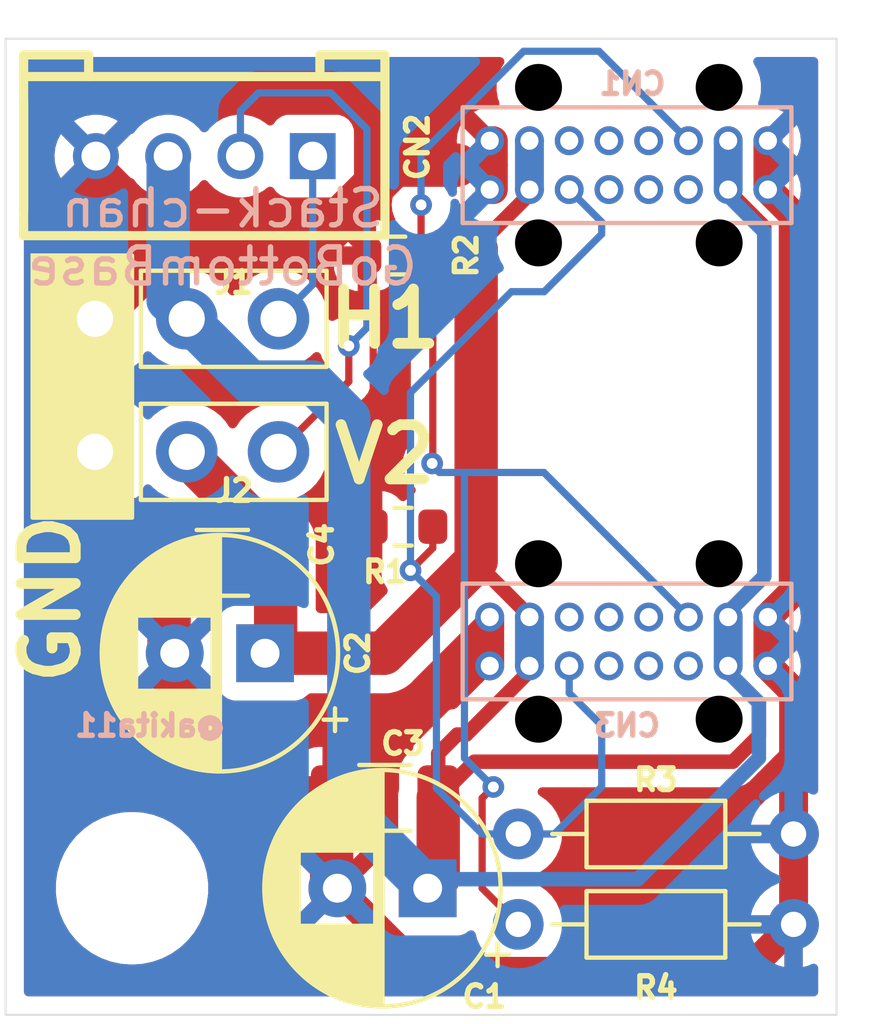
<source format=kicad_pcb>
(kicad_pcb (version 20211014) (generator pcbnew)
  (layers (0 "F.Cu" signal) (31 "B.Cu" signal) (34 "B.Paste" user) (35 "F.Paste" user) (36 "B.SilkS" user "B.Silkscreen") (37 "F.SilkS" user "F.Silkscreen") (38 "B.Mask" user) (39 "F.Mask" user) (44 "Edge.Cuts" user))
  (net 0 "")
  (net 1 "+5V")
  (net 2 "GND")
  (net 3 "/SV1")
  (net 4 "/SV2")
  (net 5 "Net-(CN1-PadA5)")
  (net 9 "Net-(CN1-PadB5)")
  (footprint "akita:CON_GROVE_V" (layer "F.Cu") (at 5.5 3.25 180)
    (fp_text reference "CN2" (at -6.25 1.25 90) (layer "F.SilkS") (effects (font (size 0.6 0.6)) (justify right bottom)))
    (fp_text value "CON_GROVE")
    (fp_line (start -5 -2.2) (end 5 -2.2) (layer "F.SilkS") (width 0.254))
    (fp_line (start 3.2 2.8) (end 5 2.8) (layer "F.SilkS") (width 0.254))
    (fp_line (start -3.2 2.2) (end 3.2 2.2) (layer "F.SilkS") (width 0.254))
    (fp_line (start 3.2 2.2) (end 3.2 2.8) (layer "F.SilkS") (width 0.254))
    (fp_line (start -5 2.2) (end -5 2.8) (layer "F.SilkS") (width 0.254))
    (fp_line (start -3.2 2.8) (end -3.2 2.2) (layer "F.SilkS") (width 0.254))
    (fp_line (start 5 -1.5) (end 5 1.5) (layer "F.SilkS") (width 0.254))
    (fp_line (start -5 -2.2) (end -5 2.2) (layer "F.SilkS") (width 0.254))
    (fp_line (start -5 2.8) (end -3.2 2.8) (layer "F.SilkS") (width 0.254))
    (fp_line (start 5 2.8) (end 5 2.2) (layer "F.SilkS") (width 0.254))
    (fp_line (start -5 2.2) (end -3.2 2.2) (layer "F.SilkS") (width 0.254))
    (fp_line (start 5 2.2) (end 5 -2.2) (layer "F.SilkS") (width 0.254))
    (fp_line (start -5 -1) (end -5 1) (layer "F.SilkS") (width 0.127))
    (fp_line (start 3.2 2.2) (end 5 2.2) (layer "F.SilkS") (width 0.254))
    (pad "1" thru_hole rect locked (at -3 0 180) (size 1.27 1.27) (drill 0.8) (layers *.Cu *.Mask) (net 3 "/SV1"))
    (pad "2" thru_hole circle locked (at -1 0 180) (size 1.27 1.27) (drill 0.8) (layers *.Cu *.Mask) (net 4 "/SV2"))
    (pad "3" thru_hole circle locked (at 1 0 180) (size 1.27 1.27) (drill 0.8) (layers *.Cu *.Mask) (net 1 "+5V"))
    (pad "4" thru_hole circle locked (at 3 0 180) (size 1.27 1.27) (drill 0.8) (layers *.Cu *.Mask) (net 2 "GND"))
  )
  (footprint "Capacitor_SMD:C_1206_3216Metric" (layer "F.Cu") (at 10.5 21 180)
    (fp_text reference "C3" (at -0.5 1.5) (layer "F.SilkS") (effects (font (size 0.6 0.6))))
    (fp_text value "100u")
    (fp_line (start -0.711252 -0.91) (end 0.711252 -0.91) (layer "F.SilkS") (width 0.12))
    (fp_line (start -0.711252 0.91) (end 0.711252 0.91) (layer "F.SilkS") (width 0.12))
    (pad "1" smd roundrect locked (at -1.475 0 180) (size 1.15 1.8) (layers "F.Cu" "F.Paste" "F.Mask") (roundrect_rratio 0.2173913043) (net 1 "+5V"))
    (pad "2" smd roundrect locked (at 1.475 0 180) (size 1.15 1.8) (layers "F.Cu" "F.Paste" "F.Mask") (roundrect_rratio 0.2173913043) (net 2 "GND"))
  )
  (footprint "Connector_PinHeader_2.54mm:PinHeader_1x03_P2.54mm_Vertical" (layer "F.Cu") (at 2.475 7.75 90)
    (fp_text reference "J1" (at 1 3.84 180) (layer "F.SilkS") (effects (font (size 0.6 0.6))))
    (fp_text value "Conn_01x03")
    (fp_line (start 1.33 1.27) (end 1.33 6.41) (layer "F.SilkS") (width 0.12))
    (fp_line (start -1.33 -1.33) (end 0 -1.33) (layer "F.SilkS") (width 0.12))
    (fp_line (start -1.33 1.27) (end 1.33 1.27) (layer "F.SilkS") (width 0.12))
    (fp_line (start -1.33 6.41) (end 1.33 6.41) (layer "F.SilkS") (width 0.12))
    (fp_line (start -1.33 0) (end -1.33 -1.33) (layer "F.SilkS") (width 0.12))
    (fp_line (start -1.33 1.27) (end -1.33 6.41) (layer "F.SilkS") (width 0.12))
    (pad "1" thru_hole rect locked (at 0 0 90) (size 1.7 1.7) (drill 1) (layers *.Cu *.Mask) (net 2 "GND"))
    (pad "2" thru_hole oval locked (at 0 2.54 90) (size 1.7 1.7) (drill 1) (layers *.Cu *.Mask) (net 1 "+5V"))
    (pad "3" thru_hole oval locked (at 0 5.08 90) (size 1.7 1.7) (drill 1) (layers *.Cu *.Mask) (net 3 "/SV1"))
  )
  (footprint "Resistor_SMD:R_0603_1608Metric" (layer "F.Cu") (at 10.825 6 180)
    (fp_text reference "R2" (at -1.925 0 90) (layer "F.SilkS") (effects (font (size 0.6 0.6))))
    (fp_text value "5.1k")
    (fp_line (start -0.237258 -0.5225) (end 0.237258 -0.5225) (layer "F.SilkS") (width 0.12))
    (fp_line (start -0.237258 0.5225) (end 0.237258 0.5225) (layer "F.SilkS") (width 0.12))
    (pad "1" smd roundrect locked (at -0.825 0 180) (size 0.8 0.95) (layers "F.Cu" "F.Paste" "F.Mask") (net 5 "Net-(CN1-PadA5)"))
    (pad "2" smd roundrect locked (at 0.825 0 180) (size 0.8 0.95) (layers "F.Cu" "F.Paste" "F.Mask") (net 2 "GND"))
  )
  (footprint "Capacitor_THT:CP_Radial_D6.3mm_P2.50mm" (layer "F.Cu") (at 7.18238 17 180)
    (fp_text reference "C2" (at -2.56762 0 90) (layer "F.SilkS") (effects (font (size 0.6 0.6))))
    (fp_text value "100u")
    (fp_line (start 3.211 1.04) (end 3.211 2.578) (layer "F.SilkS") (width 0.12))
    (fp_line (start 2.851 1.04) (end 2.851 2.812) (layer "F.SilkS") (width 0.12))
    (fp_line (start 4.251 -1.262) (end 4.251 1.262) (layer "F.SilkS") (width 0.12))
    (fp_line (start 3.131 1.04) (end 3.131 2.636) (layer "F.SilkS") (width 0.12))
    (fp_line (start 1.25 -3.23) (end 1.25 3.23) (layer "F.SilkS") (width 0.12))
    (fp_line (start 3.691 -2.137) (end 3.691 2.137) (layer "F.SilkS") (width 0.12))
    (fp_line (start 2.371 1.04) (end 2.371 3.033) (layer "F.SilkS") (width 0.12))
    (fp_line (start 2.731 1.04) (end 2.731 2.876) (layer "F.SilkS") (width 0.12))
    (fp_line (start 3.771 -2.044) (end 3.771 2.044) (layer "F.SilkS") (width 0.12))
    (fp_line (start 2.491 1.04) (end 2.491 2.986) (layer "F.SilkS") (width 0.12))
    (fp_line (start 2.371 -3.033) (end 2.371 -1.04) (layer "F.SilkS") (width 0.12))
    (fp_line (start 3.811 -1.995) (end 3.811 1.995) (layer "F.SilkS") (width 0.12))
    (fp_line (start 3.731 -2.092) (end 3.731 2.092) (layer "F.SilkS") (width 0.12))
    (fp_line (start 2.171 -3.098) (end 2.171 -1.04) (layer "F.SilkS") (width 0.12))
    (fp_line (start 1.29 -3.23) (end 1.29 3.23) (layer "F.SilkS") (width 0.12))
    (fp_line (start 1.45 -3.224) (end 1.45 3.224) (layer "F.SilkS") (width 0.12))
    (fp_line (start 1.65 1.04) (end 1.65 3.206) (layer "F.SilkS") (width 0.12))
    (fp_line (start 2.931 1.04) (end 2.931 2.766) (layer "F.SilkS") (width 0.12))
    (fp_line (start 2.691 -2.896) (end 2.691 -1.04) (layer "F.SilkS") (width 0.12))
    (fp_line (start 3.371 1.04) (end 3.371 2.45) (layer "F.SilkS") (width 0.12))
    (fp_line (start 2.611 1.04) (end 2.611 2.934) (layer "F.SilkS") (width 0.12))
    (fp_line (start 2.331 -3.047) (end 2.331 -1.04) (layer "F.SilkS") (width 0.12))
    (fp_line (start 1.57 1.04) (end 1.57 3.215) (layer "F.SilkS") (width 0.12))
    (fp_line (start 2.651 -2.916) (end 2.651 -1.04) (layer "F.SilkS") (width 0.12))
    (fp_line (start 2.131 -3.11) (end 2.131 -1.04) (layer "F.SilkS") (width 0.12))
    (fp_line (start 2.451 -3.002) (end 2.451 -1.04) (layer "F.SilkS") (width 0.12))
    (fp_line (start 3.211 -2.578) (end 3.211 -1.04) (layer "F.SilkS") (width 0.12))
    (fp_line (start 4.211 -1.35) (end 4.211 1.35) (layer "F.SilkS") (width 0.12))
    (fp_line (start 2.291 -3.061) (end 2.291 -1.04) (layer "F.SilkS") (width 0.12))
    (fp_line (start 2.331 1.04) (end 2.331 3.047) (layer "F.SilkS") (width 0.12))
    (fp_line (start 4.051 -1.65) (end 4.051 1.65) (layer "F.SilkS") (width 0.12))
    (fp_line (start 1.69 -3.201) (end 1.69 -1.04) (layer "F.SilkS") (width 0.12))
    (fp_line (start 3.651 -2.182) (end 3.651 2.182) (layer "F.SilkS") (width 0.12))
    (fp_line (start 3.131 -2.636) (end 3.131 -1.04) (layer "F.SilkS") (width 0.12))
    (fp_line (start 1.53 -3.218) (end 1.53 -1.04) (layer "F.SilkS") (width 0.12))
    (fp_line (start 1.93 1.04) (end 1.93 3.159) (layer "F.SilkS") (width 0.12))
    (fp_line (start 3.011 1.04) (end 3.011 2.716) (layer "F.SilkS") (width 0.12))
    (fp_line (start 2.091 -3.121) (end 2.091 -1.04) (layer "F.SilkS") (width 0.12))
    (fp_line (start 2.571 -2.952) (end 2.571 -1.04) (layer "F.SilkS") (width 0.12))
    (fp_line (start 2.971 -2.742) (end 2.971 -1.04) (layer "F.SilkS") (width 0.12))
    (fp_line (start 3.251 1.04) (end 3.251 2.548) (layer "F.SilkS") (width 0.12))
    (fp_line (start 4.411 -0.802) (end 4.411 0.802) (layer "F.SilkS") (width 0.12))
    (fp_line (start 2.731 -2.876) (end 2.731 -1.04) (layer "F.SilkS") (width 0.12))
    (fp_line (start 3.611 -2.224) (end 3.611 2.224) (layer "F.SilkS") (width 0.12))
    (fp_line (start 3.451 1.04) (end 3.451 2.38) (layer "F.SilkS") (width 0.12))
    (fp_line (start 1.73 1.04) (end 1.73 3.195) (layer "F.SilkS") (width 0.12))
    (fp_line (start 4.291 -1.165) (end 4.291 1.165) (layer "F.SilkS") (width 0.12))
    (fp_line (start 1.89 1.04) (end 1.89 3.167) (layer "F.SilkS") (width 0.12))
    (fp_line (start 3.291 -2.516) (end 3.291 -1.04) (layer "F.SilkS") (width 0.12))
    (fp_line (start 2.411 1.04) (end 2.411 3.018) (layer "F.SilkS") (width 0.12))
    (fp_line (start 1.77 -3.189) (end 1.77 -1.04) (layer "F.SilkS") (width 0.12))
    (fp_line (start 1.85 1.04) (end 1.85 3.175) (layer "F.SilkS") (width 0.12))
    (fp_line (start 3.051 1.04) (end 3.051 2.69) (layer "F.SilkS") (width 0.12))
    (fp_line (start 1.61 -3.211) (end 1.61 -1.04) (layer "F.SilkS") (width 0.12))
    (fp_line (start 3.491 1.04) (end 3.491 2.343) (layer "F.SilkS") (width 0.12))
    (fp_line (start 1.81 1.04) (end 1.81 3.182) (layer "F.SilkS") (width 0.12))
    (fp_line (start 3.571 -2.265) (end 3.571 2.265) (layer "F.SilkS") (width 0.12))
    (fp_line (start 3.531 -2.305) (end 3.531 -1.04) (layer "F.SilkS") (width 0.12))
    (fp_line (start 4.451 -0.633) (end 4.451 0.633) (layer "F.SilkS") (width 0.12))
    (fp_line (start 2.251 -3.074) (end 2.251 -1.04) (layer "F.SilkS") (width 0.12))
    (fp_line (start 3.971 -1.776) (end 3.971 1.776) (layer "F.SilkS") (width 0.12))
    (fp_line (start -2.250241 -1.839) (end -1.620241 -1.839) (layer "F.SilkS") (width 0.12))
    (fp_line (start 2.251 1.04) (end 2.251 3.074) (layer "F.SilkS") (width 0.12))
    (fp_line (start 1.73 -3.195) (end 1.73 -1.04) (layer "F.SilkS") (width 0.12))
    (fp_line (start 3.531 1.04) (end 3.531 2.305) (layer "F.SilkS") (width 0.12))
    (fp_line (start 3.171 1.04) (end 3.171 2.607) (layer "F.SilkS") (width 0.12))
    (fp_line (start 4.371 -0.94) (end 4.371 0.94) (layer "F.SilkS") (width 0.12))
    (fp_line (start 3.371 -2.45) (end 3.371 -1.04) (layer "F.SilkS") (width 0.12))
    (fp_line (start 1.69 1.04) (end 1.69 3.201) (layer "F.SilkS") (width 0.12))
    (fp_line (start 2.531 1.04) (end 2.531 2.97) (layer "F.SilkS") (width 0.12))
    (fp_line (start 2.891 1.04) (end 2.891 2.79) (layer "F.SilkS") (width 0.12))
    (fp_line (start 1.971 -3.15) (end 1.971 -1.04) (layer "F.SilkS") (width 0.12))
    (fp_line (start 2.211 1.04) (end 2.211 3.086) (layer "F.SilkS") (width 0.12))
    (fp_line (start 2.531 -2.97) (end 2.531 -1.04) (layer "F.SilkS") (width 0.12))
    (fp_line (start 4.331 -1.059) (end 4.331 1.059) (layer "F.SilkS") (width 0.12))
    (fp_line (start 4.091 -1.581) (end 4.091 1.581) (layer "F.SilkS") (width 0.12))
    (fp_line (start 2.171 1.04) (end 2.171 3.098) (layer "F.SilkS") (width 0.12))
    (fp_line (start 3.051 -2.69) (end 3.051 -1.04) (layer "F.SilkS") (width 0.12))
    (fp_line (start 4.011 -1.714) (end 4.011 1.714) (layer "F.SilkS") (width 0.12))
    (fp_line (start 2.971 1.04) (end 2.971 2.742) (layer "F.SilkS") (width 0.12))
    (fp_line (start 3.931 -1.834) (end 3.931 1.834) (layer "F.SilkS") (width 0.12))
    (fp_line (start 2.211 -3.086) (end 2.211 -1.04) (layer "F.SilkS") (width 0.12))
    (fp_line (start -1.935241 -2.154) (end -1.935241 -1.524) (layer "F.SilkS") (width 0.12))
    (fp_line (start 1.49 -3.222) (end 1.49 -1.04) (layer "F.SilkS") (width 0.12))
    (fp_line (start 1.41 -3.227) (end 1.41 3.227) (layer "F.SilkS") (width 0.12))
    (fp_line (start 1.89 -3.167) (end 1.89 -1.04) (layer "F.SilkS") (width 0.12))
    (fp_line (start 3.331 -2.484) (end 3.331 -1.04) (layer "F.SilkS") (width 0.12))
    (fp_line (start 3.451 -2.38) (end 3.451 -1.04) (layer "F.SilkS") (width 0.12))
    (fp_line (start 2.411 -3.018) (end 2.411 -1.04) (layer "F.SilkS") (width 0.12))
    (fp_line (start 4.131 -1.509) (end 4.131 1.509) (layer "F.SilkS") (width 0.12))
    (fp_line (start 3.251 -2.548) (end 3.251 -1.04) (layer "F.SilkS") (width 0.12))
    (fp_line (start 3.091 1.04) (end 3.091 2.664) (layer "F.SilkS") (width 0.12))
    (fp_line (start 2.131 1.04) (end 2.131 3.11) (layer "F.SilkS") (width 0.12))
    (fp_line (start 1.61 1.04) (end 1.61 3.211) (layer "F.SilkS") (width 0.12))
    (fp_line (start 3.011 -2.716) (end 3.011 -1.04) (layer "F.SilkS") (width 0.12))
    (fp_line (start 4.171 -1.432) (end 4.171 1.432) (layer "F.SilkS") (width 0.12))
    (fp_line (start 1.49 1.04) (end 1.49 3.222) (layer "F.SilkS") (width 0.12))
    (fp_line (start 1.37 -3.228) (end 1.37 3.228) (layer "F.SilkS") (width 0.12))
    (fp_line (start 3.411 1.04) (end 3.411 2.416) (layer "F.SilkS") (width 0.12))
    (fp_line (start 3.091 -2.664) (end 3.091 -1.04) (layer "F.SilkS") (width 0.12))
    (fp_line (start 4.491 -0.402) (end 4.491 0.402) (layer "F.SilkS") (width 0.12))
    (fp_line (start 2.011 -3.141) (end 2.011 -1.04) (layer "F.SilkS") (width 0.12))
    (fp_line (start 1.65 -3.206) (end 1.65 -1.04) (layer "F.SilkS") (width 0.12))
    (fp_line (start 2.051 -3.131) (end 2.051 -1.04) (layer "F.SilkS") (width 0.12))
    (fp_line (start 3.891 -1.89) (end 3.891 1.89) (layer "F.SilkS") (width 0.12))
    (fp_line (start 1.57 -3.215) (end 1.57 -1.04) (layer "F.SilkS") (width 0.12))
    (fp_line (start 1.81 -3.182) (end 1.81 -1.04) (layer "F.SilkS") (width 0.12))
    (fp_line (start 3.411 -2.416) (end 3.411 -1.04) (layer "F.SilkS") (width 0.12))
    (fp_line (start 2.451 1.04) (end 2.451 3.002) (layer "F.SilkS") (width 0.12))
    (fp_line (start 2.891 -2.79) (end 2.891 -1.04) (layer "F.SilkS") (width 0.12))
    (fp_line (start 2.011 1.04) (end 2.011 3.141) (layer "F.SilkS") (width 0.12))
    (fp_line (start 2.811 1.04) (end 2.811 2.834) (layer "F.SilkS") (width 0.12))
    (fp_line (start 2.571 1.04) (end 2.571 2.952) (layer "F.SilkS") (width 0.12))
    (fp_line (start 1.77 1.04) (end 1.77 3.189) (layer "F.SilkS") (width 0.12))
    (fp_line (start 1.85 -3.175) (end 1.85 -1.04) (layer "F.SilkS") (width 0.12))
    (fp_line (start 1.93 -3.159) (end 1.93 -1.04) (layer "F.SilkS") (width 0.12))
    (fp_line (start 2.691 1.04) (end 2.691 2.896) (layer "F.SilkS") (width 0.12))
    (fp_line (start 2.811 -2.834) (end 2.811 -1.04) (layer "F.SilkS") (width 0.12))
    (fp_line (start 3.851 -1.944) (end 3.851 1.944) (layer "F.SilkS") (width 0.12))
    (fp_line (start 2.051 1.04) (end 2.051 3.131) (layer "F.SilkS") (width 0.12))
    (fp_line (start 2.291 1.04) (end 2.291 3.061) (layer "F.SilkS") (width 0.12))
    (fp_line (start 1.53 1.04) (end 1.53 3.218) (layer "F.SilkS") (width 0.12))
    (fp_line (start 1.33 -3.23) (end 1.33 3.23) (layer "F.SilkS") (width 0.12))
    (fp_line (start 2.091 1.04) (end 2.091 3.121) (layer "F.SilkS") (width 0.12))
    (fp_line (start 2.851 -2.812) (end 2.851 -1.04) (layer "F.SilkS") (width 0.12))
    (fp_line (start 2.491 -2.986) (end 2.491 -1.04) (layer "F.SilkS") (width 0.12))
    (fp_line (start 3.291 1.04) (end 3.291 2.516) (layer "F.SilkS") (width 0.12))
    (fp_line (start 2.611 -2.934) (end 2.611 -1.04) (layer "F.SilkS") (width 0.12))
    (fp_line (start 2.771 1.04) (end 2.771 2.856) (layer "F.SilkS") (width 0.12))
    (fp_line (start 2.651 1.04) (end 2.651 2.916) (layer "F.SilkS") (width 0.12))
    (fp_line (start 2.771 -2.856) (end 2.771 -1.04) (layer "F.SilkS") (width 0.12))
    (fp_line (start 2.931 -2.766) (end 2.931 -1.04) (layer "F.SilkS") (width 0.12))
    (fp_line (start 3.331 1.04) (end 3.331 2.484) (layer "F.SilkS") (width 0.12))
    (fp_line (start 3.171 -2.607) (end 3.171 -1.04) (layer "F.SilkS") (width 0.12))
    (fp_line (start 3.491 -2.343) (end 3.491 -1.04) (layer "F.SilkS") (width 0.12))
    (fp_line (start 1.971 1.04) (end 1.971 3.15) (layer "F.SilkS") (width 0.12))
    (fp_circle (center 1.25 0) (end 4.52 0) (layer "F.SilkS") (width 0.12) (fill none))
    (pad "1" thru_hole rect locked (at 0 0 180) (size 1.6 1.6) (drill 0.8) (layers *.Cu *.Mask) (net 1 "+5V"))
    (pad "2" thru_hole circle locked (at 2.5 0 180) (size 1.6 1.6) (drill 0.8) (layers *.Cu *.Mask) (net 2 "GND"))
  )
  (footprint "MountingHole:MountingHole_3.2mm_M3" (layer "F.Cu") (at 17 10)
    (fp_text reference "REF**" hide)
    (fp_text value "MountingHole_3.2mm_M3" hide)
    (pad "" np_thru_hole circle locked (at 0 0) (size 3.2 3.2) (drill 3.2) (layers *.Cu *.Mask))
  )
  (footprint "Resistor_THT:R_Axial_DIN0204_L3.6mm_D1.6mm_P7.62mm_Horizontal" (layer "F.Cu") (at 14.19 22)
    (fp_text reference "R3" (at 3.81 -1.5) (layer "F.SilkS") (effects (font (size 0.6 0.6))))
    (fp_text value "5.1k")
    (fp_line (start 5.73 0.92) (end 5.73 -0.92) (layer "F.SilkS") (width 0.12))
    (fp_line (start 5.73 -0.92) (end 1.89 -0.92) (layer "F.SilkS") (width 0.12))
    (fp_line (start 0.94 0) (end 1.89 0) (layer "F.SilkS") (width 0.12))
    (fp_line (start 6.68 0) (end 5.73 0) (layer "F.SilkS") (width 0.12))
    (fp_line (start 1.89 -0.92) (end 1.89 0.92) (layer "F.SilkS") (width 0.12))
    (fp_line (start 1.89 0.92) (end 5.73 0.92) (layer "F.SilkS") (width 0.12))
    (pad "1" thru_hole circle locked (at 0 0) (size 1.4 1.4) (drill 0.7) (layers *.Cu *.Mask) (net 9 "Net-(CN1-PadB5)"))
    (pad "2" thru_hole oval locked (at 7.62 0) (size 1.4 1.4) (drill 0.7) (layers *.Cu *.Mask) (net 2 "GND"))
  )
  (footprint "MountingHole:MountingHole_3.2mm_M3" (layer "F.Cu") (at 3.5 23.5)
    (fp_text reference "REF**" hide)
    (fp_text value "MountingHole_3.2mm_M3" hide)
    (pad "" np_thru_hole circle locked (at 0 0) (size 3.2 3.2) (drill 3.2) (layers *.Cu *.Mask))
  )
  (footprint "Resistor_THT:R_Axial_DIN0204_L3.6mm_D1.6mm_P7.62mm_Horizontal" (layer "F.Cu") (at 14.19 24.5)
    (fp_text reference "R4" (at 3.81 1.75) (layer "F.SilkS") (effects (font (size 0.6 0.6))))
    (fp_text value "5.1k")
    (fp_line (start 5.73 0.92) (end 5.73 -0.92) (layer "F.SilkS") (width 0.12))
    (fp_line (start 0.94 0) (end 1.89 0) (layer "F.SilkS") (width 0.12))
    (fp_line (start 6.68 0) (end 5.73 0) (layer "F.SilkS") (width 0.12))
    (fp_line (start 1.89 -0.92) (end 1.89 0.92) (layer "F.SilkS") (width 0.12))
    (fp_line (start 1.89 0.92) (end 5.73 0.92) (layer "F.SilkS") (width 0.12))
    (fp_line (start 5.73 -0.92) (end 1.89 -0.92) (layer "F.SilkS") (width 0.12))
    (pad "1" thru_hole circle locked (at 0 0) (size 1.4 1.4) (drill 0.7) (layers *.Cu *.Mask) (net 5 "Net-(CN1-PadA5)"))
    (pad "2" thru_hole oval locked (at 7.62 0) (size 1.4 1.4) (drill 0.7) (layers *.Cu *.Mask) (net 2 "GND"))
  )
  (footprint "Capacitor_SMD:C_1206_3216Metric" (layer "F.Cu") (at 6 14.5 180)
    (fp_text reference "C4" (at -2.75 0.5 90) (layer "F.SilkS") (effects (font (size 0.6 0.6))))
    (fp_text value "100u")
    (fp_line (start -0.711252 -0.91) (end 0.711252 -0.91) (layer "F.SilkS") (width 0.12))
    (fp_line (start -0.711252 0.91) (end 0.711252 0.91) (layer "F.SilkS") (width 0.12))
    (pad "1" smd roundrect locked (at -1.475 0 180) (size 1.15 1.8) (layers "F.Cu" "F.Paste" "F.Mask") (roundrect_rratio 0.2173913043) (net 1 "+5V"))
    (pad "2" smd roundrect locked (at 1.475 0 180) (size 1.15 1.8) (layers "F.Cu" "F.Paste" "F.Mask") (roundrect_rratio 0.2173913043) (net 2 "GND"))
  )
  (footprint "Capacitor_THT:CP_Radial_D6.3mm_P2.50mm" (layer "F.Cu") (at 11.68238 23.5 180)
    (fp_text reference "C1" (at -1.56762 -3) (layer "F.SilkS") (effects (font (size 0.6 0.6))))
    (fp_text value "100u")
    (fp_line (start 2.651 1.04) (end 2.651 2.916) (layer "F.SilkS") (width 0.12))
    (fp_line (start 1.69 -3.201) (end 1.69 -1.04) (layer "F.SilkS") (width 0.12))
    (fp_line (start 2.891 -2.79) (end 2.891 -1.04) (layer "F.SilkS") (width 0.12))
    (fp_line (start 1.61 1.04) (end 1.61 3.211) (layer "F.SilkS") (width 0.12))
    (fp_line (start 1.85 -3.175) (end 1.85 -1.04) (layer "F.SilkS") (width 0.12))
    (fp_line (start 3.091 -2.664) (end 3.091 -1.04) (layer "F.SilkS") (width 0.12))
    (fp_line (start 4.331 -1.059) (end 4.331 1.059) (layer "F.SilkS") (width 0.12))
    (fp_line (start 3.611 -2.224) (end 3.611 2.224) (layer "F.SilkS") (width 0.12))
    (fp_line (start 2.851 -2.812) (end 2.851 -1.04) (layer "F.SilkS") (width 0.12))
    (fp_line (start 2.691 1.04) (end 2.691 2.896) (layer "F.SilkS") (width 0.12))
    (fp_line (start 3.771 -2.044) (end 3.771 2.044) (layer "F.SilkS") (width 0.12))
    (fp_line (start 2.171 1.04) (end 2.171 3.098) (layer "F.SilkS") (width 0.12))
    (fp_line (start 3.371 -2.45) (end 3.371 -1.04) (layer "F.SilkS") (width 0.12))
    (fp_line (start 1.61 -3.211) (end 1.61 -1.04) (layer "F.SilkS") (width 0.12))
    (fp_line (start 2.091 -3.121) (end 2.091 -1.04) (layer "F.SilkS") (width 0.12))
    (fp_line (start 2.291 -3.061) (end 2.291 -1.04) (layer "F.SilkS") (width 0.12))
    (fp_line (start 3.091 1.04) (end 3.091 2.664) (layer "F.SilkS") (width 0.12))
    (fp_line (start 1.73 -3.195) (end 1.73 -1.04) (layer "F.SilkS") (width 0.12))
    (fp_line (start 3.251 -2.548) (end 3.251 -1.04) (layer "F.SilkS") (width 0.12))
    (fp_line (start 2.891 1.04) (end 2.891 2.79) (layer "F.SilkS") (width 0.12))
    (fp_line (start 2.491 1.04) (end 2.491 2.986) (layer "F.SilkS") (width 0.12))
    (fp_line (start 1.65 1.04) (end 1.65 3.206) (layer "F.SilkS") (width 0.12))
    (fp_line (start 1.77 1.04) (end 1.77 3.189) (layer "F.SilkS") (width 0.12))
    (fp_line (start 4.091 -1.581) (end 4.091 1.581) (layer "F.SilkS") (width 0.12))
    (fp_line (start 4.171 -1.432) (end 4.171 1.432) (layer "F.SilkS") (width 0.12))
    (fp_line (start 2.051 1.04) (end 2.051 3.131) (layer "F.SilkS") (width 0.12))
    (fp_line (start 2.411 1.04) (end 2.411 3.018) (layer "F.SilkS") (width 0.12))
    (fp_line (start 3.211 1.04) (end 3.211 2.578) (layer "F.SilkS") (width 0.12))
    (fp_line (start 4.411 -0.802) (end 4.411 0.802) (layer "F.SilkS") (width 0.12))
    (fp_line (start 1.93 -3.159) (end 1.93 -1.04) (layer "F.SilkS") (width 0.12))
    (fp_line (start 2.731 -2.876) (end 2.731 -1.04) (layer "F.SilkS") (width 0.12))
    (fp_line (start 3.531 1.04) (end 3.531 2.305) (layer "F.SilkS") (width 0.12))
    (fp_line (start 4.251 -1.262) (end 4.251 1.262) (layer "F.SilkS") (width 0.12))
    (fp_line (start 3.651 -2.182) (end 3.651 2.182) (layer "F.SilkS") (width 0.12))
    (fp_line (start 2.771 -2.856) (end 2.771 -1.04) (layer "F.SilkS") (width 0.12))
    (fp_line (start 4.131 -1.509) (end 4.131 1.509) (layer "F.SilkS") (width 0.12))
    (fp_line (start 2.091 1.04) (end 2.091 3.121) (layer "F.SilkS") (width 0.12))
    (fp_line (start 2.971 -2.742) (end 2.971 -1.04) (layer "F.SilkS") (width 0.12))
    (fp_line (start 3.411 1.04) (end 3.411 2.416) (layer "F.SilkS") (width 0.12))
    (fp_line (start 1.57 -3.215) (end 1.57 -1.04) (layer "F.SilkS") (width 0.12))
    (fp_line (start 2.491 -2.986) (end 2.491 -1.04) (layer "F.SilkS") (width 0.12))
    (fp_line (start 2.131 -3.11) (end 2.131 -1.04) (layer "F.SilkS") (width 0.12))
    (fp_line (start 2.971 1.04) (end 2.971 2.742) (layer "F.SilkS") (width 0.12))
    (fp_line (start 3.571 -2.265) (end 3.571 2.265) (layer "F.SilkS") (width 0.12))
    (fp_line (start 3.171 -2.607) (end 3.171 -1.04) (layer "F.SilkS") (width 0.12))
    (fp_line (start 2.171 -3.098) (end 2.171 -1.04) (layer "F.SilkS") (width 0.12))
    (fp_line (start 1.81 -3.182) (end 1.81 -1.04) (layer "F.SilkS") (width 0.12))
    (fp_line (start 3.971 -1.776) (end 3.971 1.776) (layer "F.SilkS") (width 0.12))
    (fp_line (start 2.691 -2.896) (end 2.691 -1.04) (layer "F.SilkS") (width 0.12))
    (fp_line (start 2.011 -3.141) (end 2.011 -1.04) (layer "F.SilkS") (width 0.12))
    (fp_line (start 2.931 -2.766) (end 2.931 -1.04) (layer "F.SilkS") (width 0.12))
    (fp_line (start 2.331 1.04) (end 2.331 3.047) (layer "F.SilkS") (width 0.12))
    (fp_line (start 1.65 -3.206) (end 1.65 -1.04) (layer "F.SilkS") (width 0.12))
    (fp_line (start 1.85 1.04) (end 1.85 3.175) (layer "F.SilkS") (width 0.12))
    (fp_line (start -2.250241 -1.839) (end -1.620241 -1.839) (layer "F.SilkS") (width 0.12))
    (fp_line (start 1.53 1.04) (end 1.53 3.218) (layer "F.SilkS") (width 0.12))
    (fp_line (start 3.731 -2.092) (end 3.731 2.092) (layer "F.SilkS") (width 0.12))
    (fp_line (start 3.331 -2.484) (end 3.331 -1.04) (layer "F.SilkS") (width 0.12))
    (fp_line (start 3.291 1.04) (end 3.291 2.516) (layer "F.SilkS") (width 0.12))
    (fp_line (start -1.935241 -2.154) (end -1.935241 -1.524) (layer "F.SilkS") (width 0.12))
    (fp_line (start 3.011 1.04) (end 3.011 2.716) (layer "F.SilkS") (width 0.12))
    (fp_line (start 3.171 1.04) (end 3.171 2.607) (layer "F.SilkS") (width 0.12))
    (fp_line (start 2.651 -2.916) (end 2.651 -1.04) (layer "F.SilkS") (width 0.12))
    (fp_line (start 3.211 -2.578) (end 3.211 -1.04) (layer "F.SilkS") (width 0.12))
    (fp_line (start 3.331 1.04) (end 3.331 2.484) (layer "F.SilkS") (width 0.12))
    (fp_line (start 2.051 -3.131) (end 2.051 -1.04) (layer "F.SilkS") (width 0.12))
    (fp_line (start 1.33 -3.23) (end 1.33 3.23) (layer "F.SilkS") (width 0.12))
    (fp_line (start 3.691 -2.137) (end 3.691 2.137) (layer "F.SilkS") (width 0.12))
    (fp_line (start 2.371 -3.033) (end 2.371 -1.04) (layer "F.SilkS") (width 0.12))
    (fp_line (start 1.53 -3.218) (end 1.53 -1.04) (layer "F.SilkS") (width 0.12))
    (fp_line (start 4.451 -0.633) (end 4.451 0.633) (layer "F.SilkS") (width 0.12))
    (fp_line (start 2.571 1.04) (end 2.571 2.952) (layer "F.SilkS") (width 0.12))
    (fp_line (start 2.531 -2.97) (end 2.531 -1.04) (layer "F.SilkS") (width 0.12))
    (fp_line (start 2.811 -2.834) (end 2.811 -1.04) (layer "F.SilkS") (width 0.12))
    (fp_line (start 3.931 -1.834) (end 3.931 1.834) (layer "F.SilkS") (width 0.12))
    (fp_line (start 4.051 -1.65) (end 4.051 1.65) (layer "F.SilkS") (width 0.12))
    (fp_line (start 2.371 1.04) (end 2.371 3.033) (layer "F.SilkS") (width 0.12))
    (fp_line (start 3.451 -2.38) (end 3.451 -1.04) (layer "F.SilkS") (width 0.12))
    (fp_line (start 1.49 1.04) (end 1.49 3.222) (layer "F.SilkS") (width 0.12))
    (fp_line (start 3.531 -2.305) (end 3.531 -1.04) (layer "F.SilkS") (width 0.12))
    (fp_line (start 3.131 1.04) (end 3.131 2.636) (layer "F.SilkS") (width 0.12))
    (fp_line (start 3.131 -2.636) (end 3.131 -1.04) (layer "F.SilkS") (width 0.12))
    (fp_line (start 3.051 -2.69) (end 3.051 -1.04) (layer "F.SilkS") (width 0.12))
    (fp_line (start 2.571 -2.952) (end 2.571 -1.04) (layer "F.SilkS") (width 0.12))
    (fp_line (start 1.971 1.04) (end 1.971 3.15) (layer "F.SilkS") (width 0.12))
    (fp_line (start 3.891 -1.89) (end 3.891 1.89) (layer "F.SilkS") (width 0.12))
    (fp_line (start 1.41 -3.227) (end 1.41 3.227) (layer "F.SilkS") (width 0.12))
    (fp_line (start 2.771 1.04) (end 2.771 2.856) (layer "F.SilkS") (width 0.12))
    (fp_line (start 3.491 -2.343) (end 3.491 -1.04) (layer "F.SilkS") (width 0.12))
    (fp_line (start 1.89 -3.167) (end 1.89 -1.04) (layer "F.SilkS") (width 0.12))
    (fp_line (start 2.291 1.04) (end 2.291 3.061) (layer "F.SilkS") (width 0.12))
    (fp_line (start 1.93 1.04) (end 1.93 3.159) (layer "F.SilkS") (width 0.12))
    (fp_line (start 1.89 1.04) (end 1.89 3.167) (layer "F.SilkS") (width 0.12))
    (fp_line (start 2.331 -3.047) (end 2.331 -1.04) (layer "F.SilkS") (width 0.12))
    (fp_line (start 2.251 -3.074) (end 2.251 -1.04) (layer "F.SilkS") (width 0.12))
    (fp_line (start 1.37 -3.228) (end 1.37 3.228) (layer "F.SilkS") (width 0.12))
    (fp_line (start 2.131 1.04) (end 2.131 3.11) (layer "F.SilkS") (width 0.12))
    (fp_line (start 4.011 -1.714) (end 4.011 1.714) (layer "F.SilkS") (width 0.12))
    (fp_line (start 1.81 1.04) (end 1.81 3.182) (layer "F.SilkS") (width 0.12))
    (fp_line (start 1.49 -3.222) (end 1.49 -1.04) (layer "F.SilkS") (width 0.12))
    (fp_line (start 1.971 -3.15) (end 1.971 -1.04) (layer "F.SilkS") (width 0.12))
    (fp_line (start 2.931 1.04) (end 2.931 2.766) (layer "F.SilkS") (width 0.12))
    (fp_line (start 3.811 -1.995) (end 3.811 1.995) (layer "F.SilkS") (width 0.12))
    (fp_line (start 1.45 -3.224) (end 1.45 3.224) (layer "F.SilkS") (width 0.12))
    (fp_line (start 2.451 1.04) (end 2.451 3.002) (layer "F.SilkS") (width 0.12))
    (fp_line (start 2.251 1.04) (end 2.251 3.074) (layer "F.SilkS") (width 0.12))
    (fp_line (start 3.371 1.04) (end 3.371 2.45) (layer "F.SilkS") (width 0.12))
    (fp_line (start 3.411 -2.416) (end 3.411 -1.04) (layer "F.SilkS") (width 0.12))
    (fp_line (start 3.051 1.04) (end 3.051 2.69) (layer "F.SilkS") (width 0.12))
    (fp_line (start 4.371 -0.94) (end 4.371 0.94) (layer "F.SilkS") (width 0.12))
    (fp_line (start 1.25 -3.23) (end 1.25 3.23) (layer "F.SilkS") (width 0.12))
    (fp_line (start 1.29 -3.23) (end 1.29 3.23) (layer "F.SilkS") (width 0.12))
    (fp_line (start 1.77 -3.189) (end 1.77 -1.04) (layer "F.SilkS") (width 0.12))
    (fp_line (start 1.73 1.04) (end 1.73 3.195) (layer "F.SilkS") (width 0.12))
    (fp_line (start 4.211 -1.35) (end 4.211 1.35) (layer "F.SilkS") (width 0.12))
    (fp_line (start 2.611 1.04) (end 2.611 2.934) (layer "F.SilkS") (width 0.12))
    (fp_line (start 2.011 1.04) (end 2.011 3.141) (layer "F.SilkS") (width 0.12))
    (fp_line (start 2.851 1.04) (end 2.851 2.812) (layer "F.SilkS") (width 0.12))
    (fp_line (start 4.291 -1.165) (end 4.291 1.165) (layer "F.SilkS") (width 0.12))
    (fp_line (start 2.611 -2.934) (end 2.611 -1.04) (layer "F.SilkS") (width 0.12))
    (fp_line (start 1.57 1.04) (end 1.57 3.215) (layer "F.SilkS") (width 0.12))
    (fp_line (start 2.211 -3.086) (end 2.211 -1.04) (layer "F.SilkS") (width 0.12))
    (fp_line (start 2.531 1.04) (end 2.531 2.97) (layer "F.SilkS") (width 0.12))
    (fp_line (start 2.411 -3.018) (end 2.411 -1.04) (layer "F.SilkS") (width 0.12))
    (fp_line (start 3.291 -2.516) (end 3.291 -1.04) (layer "F.SilkS") (width 0.12))
    (fp_line (start 2.451 -3.002) (end 2.451 -1.04) (layer "F.SilkS") (width 0.12))
    (fp_line (start 1.69 1.04) (end 1.69 3.201) (layer "F.SilkS") (width 0.12))
    (fp_line (start 3.251 1.04) (end 3.251 2.548) (layer "F.SilkS") (width 0.12))
    (fp_line (start 3.491 1.04) (end 3.491 2.343) (layer "F.SilkS") (width 0.12))
    (fp_line (start 2.731 1.04) (end 2.731 2.876) (layer "F.SilkS") (width 0.12))
    (fp_line (start 3.451 1.04) (end 3.451 2.38) (layer "F.SilkS") (width 0.12))
    (fp_line (start 3.851 -1.944) (end 3.851 1.944) (layer "F.SilkS") (width 0.12))
    (fp_line (start 2.811 1.04) (end 2.811 2.834) (layer "F.SilkS") (width 0.12))
    (fp_line (start 2.211 1.04) (end 2.211 3.086) (layer "F.SilkS") (width 0.12))
    (fp_line (start 3.011 -2.716) (end 3.011 -1.04) (layer "F.SilkS") (width 0.12))
    (fp_line (start 4.491 -0.402) (end 4.491 0.402) (layer "F.SilkS") (width 0.12))
    (fp_circle (center 1.25 0) (end 4.52 0) (layer "F.SilkS") (width 0.12) (fill none))
    (pad "1" thru_hole rect locked (at 0 0 180) (size 1.6 1.6) (drill 0.8) (layers *.Cu *.Mask) (net 1 "+5V"))
    (pad "2" thru_hole circle locked (at 2.5 0 180) (size 1.6 1.6) (drill 0.8) (layers *.Cu *.Mask) (net 2 "GND"))
  )
  (footprint "Resistor_SMD:R_0603_1608Metric" (layer "F.Cu") (at 11 13.5 180)
    (fp_text reference "R1" (at 0.5 -1.25) (layer "F.SilkS") (effects (font (size 0.6 0.6))))
    (fp_text value "5.1k")
    (fp_line (start -0.237258 -0.5225) (end 0.237258 -0.5225) (layer "F.SilkS") (width 0.12))
    (fp_line (start -0.237258 0.5225) (end 0.237258 0.5225) (layer "F.SilkS") (width 0.12))
    (pad "1" smd roundrect locked (at -0.825 0 180) (size 0.8 0.95) (layers "F.Cu" "F.Paste" "F.Mask") (net 9 "Net-(CN1-PadB5)"))
    (pad "2" smd roundrect locked (at 0.825 0 180) (size 0.8 0.95) (layers "F.Cu" "F.Paste" "F.Mask") (net 2 "GND"))
  )
  (footprint "Connector_PinHeader_2.54mm:PinHeader_1x03_P2.54mm_Vertical" (layer "F.Cu") (at 2.475 11.43 90)
    (fp_text reference "J2" (at -1.07 3.84) (layer "F.SilkS") (effects (font (size 0.6 0.6))))
    (fp_text value "Conn_01x03")
    (fp_line (start -1.33 1.27) (end -1.33 6.41) (layer "F.SilkS") (width 0.12))
    (fp_line (start -1.33 6.41) (end 1.33 6.41) (layer "F.SilkS") (width 0.12))
    (fp_line (start -1.33 1.27) (end 1.33 1.27) (layer "F.SilkS") (width 0.12))
    (fp_line (start -1.33 0) (end -1.33 -1.33) (layer "F.SilkS") (width 0.12))
    (fp_line (start 1.33 1.27) (end 1.33 6.41) (layer "F.SilkS") (width 0.12))
    (fp_line (start -1.33 -1.33) (end 0 -1.33) (layer "F.SilkS") (width 0.12))
    (pad "1" thru_hole rect locked (at 0 0 90) (size 1.7 1.7) (drill 1) (layers *.Cu *.Mask) (net 2 "GND"))
    (pad "2" thru_hole oval locked (at 0 2.54 90) (size 1.7 1.7) (drill 1) (layers *.Cu *.Mask) (net 1 "+5V"))
    (pad "3" thru_hole oval locked (at 0 5.08 90) (size 1.7 1.7) (drill 1) (layers *.Cu *.Mask) (net 4 "/SV2"))
  )
  (footprint "akita:USB-C_16p_V_TH" (layer "B.Cu") (at 17.25 3.5 180)
    (fp_text reference "CN1" (at -0.1 2.25 unlocked) (layer "B.SilkS") (effects (font (size 0.6 0.6)) (justify mirror)))
    (fp_text value "CON_USB-C-16p")
    (fp_line (start 4.6 1.6) (end 4.6 -1.6) (layer "B.SilkS") (width 0.12))
    (fp_line (start -4.5 -1.6) (end 4.6 -1.6) (layer "B.SilkS") (width 0.12))
    (fp_line (start -4.5 1.6) (end -4.5 -1.6) (layer "B.SilkS") (width 0.12))
    (fp_line (start -4.5 1.6) (end 4.6 1.6) (layer "B.SilkS") (width 0.12))
    (pad "" np_thru_hole circle (at -2.5 -2.15 180) (size 1.3 1.3) (drill 1.3) (layers *.Mask))
    (pad "" np_thru_hole circle (at 2.5 -2.15 180) (size 1.3 1.3) (drill 1.3) (layers *.Mask))
    (pad "" np_thru_hole circle (at -2.5 2.15 180) (size 1.3 1.3) (drill 1.3) (layers *.Mask))
    (pad "" np_thru_hole circle (at 2.5 2.15 180) (size 1.3 1.3) (drill 1.3) (layers *.Mask))
    (pad "A1" thru_hole circle (at -3.85 0.675 180) (size 0.8 0.8) (drill 0.5) (layers *.Cu *.Mask) (net 2 "GND"))
    (pad "A4" thru_hole circle (at -2.75 0.675 180) (size 0.8 0.8) (drill 0.5) (layers *.Cu *.Mask) (net 1 "+5V"))
    (pad "A5" thru_hole circle (at -1.65 0.675 180) (size 0.8 0.8) (drill 0.5) (layers *.Cu *.Mask) (net 5 "Net-(CN1-PadA5)"))
    (pad "A6" thru_hole circle (at -0.55 0.675 180) (size 0.8 0.8) (drill 0.5) (layers *.Cu *.Mask))
    (pad "A7" thru_hole circle (at 0.55 0.675 180) (size 0.8 0.8) (drill 0.5) (layers *.Cu *.Mask))
    (pad "A8" thru_hole circle (at 1.65 0.675 180) (size 0.8 0.8) (drill 0.5) (layers *.Cu *.Mask))
    (pad "A9" thru_hole circle (at 2.75 0.675 180) (size 0.8 0.8) (drill 0.5) (layers *.Cu *.Mask) (net 1 "+5V"))
    (pad "A12" thru_hole circle (at 3.85 0.675 180) (size 0.8 0.8) (drill 0.5) (layers *.Cu *.Mask) (net 2 "GND"))
    (pad "B1" thru_hole circle (at 3.85 -0.675 180) (size 0.8 0.8) (drill 0.5) (layers *.Cu *.Mask) (net 2 "GND"))
    (pad "B4" thru_hole circle (at 2.75 -0.675 180) (size 0.8 0.8) (drill 0.5) (layers *.Cu *.Mask) (net 1 "+5V"))
    (pad "B5" thru_hole circle (at 1.65 -0.675 180) (size 0.8 0.8) (drill 0.5) (layers *.Cu *.Mask) (net 9 "Net-(CN1-PadB5)"))
    (pad "B6" thru_hole circle (at 0.55 -0.675 180) (size 0.8 0.8) (drill 0.5) (layers *.Cu *.Mask))
    (pad "B7" thru_hole circle (at -0.55 -0.675 180) (size 0.8 0.8) (drill 0.5) (layers *.Cu *.Mask))
    (pad "B8" thru_hole circle (at -1.65 -0.675 180) (size 0.8 0.8) (drill 0.5) (layers *.Cu *.Mask))
    (pad "B9" thru_hole circle (at -2.75 -0.675 180) (size 0.8 0.8) (drill 0.5) (layers *.Cu *.Mask) (net 1 "+5V"))
    (pad "B12" thru_hole circle (at -3.85 -0.675 180) (size 0.8 0.8) (drill 0.5) (layers *.Cu *.Mask) (net 2 "GND"))
  )
  (footprint "akita:USB-C_16p_V_TH" (layer "B.Cu") (at 17.25 16.675 180)
    (fp_text reference "CN3" (at 0.05 -2.325 unlocked) (layer "B.SilkS") (effects (font (size 0.6 0.6)) (justify mirror)))
    (fp_text value "CON_USB-C-16p")
    (fp_line (start -4.5 1.6) (end -4.5 -1.6) (layer "B.SilkS") (width 0.12))
    (fp_line (start -4.5 1.6) (end 4.6 1.6) (layer "B.SilkS") (width 0.12))
    (fp_line (start -4.5 -1.6) (end 4.6 -1.6) (layer "B.SilkS") (width 0.12))
    (fp_line (start 4.6 1.6) (end 4.6 -1.6) (layer "B.SilkS") (width 0.12))
    (pad "" np_thru_hole circle (at -2.5 -2.15 180) (size 1.3 1.3) (drill 1.3) (layers *.Mask))
    (pad "" np_thru_hole circle (at 2.5 2.15 180) (size 1.3 1.3) (drill 1.3) (layers *.Mask))
    (pad "" np_thru_hole circle (at 2.5 -2.15 180) (size 1.3 1.3) (drill 1.3) (layers *.Mask))
    (pad "" np_thru_hole circle (at -2.5 2.15 180) (size 1.3 1.3) (drill 1.3) (layers *.Mask))
    (pad "A1" thru_hole circle (at -3.85 0.675 180) (size 0.8 0.8) (drill 0.5) (layers *.Cu *.Mask) (net 2 "GND"))
    (pad "A4" thru_hole circle (at -2.75 0.675 180) (size 0.8 0.8) (drill 0.5) (layers *.Cu *.Mask) (net 1 "+5V"))
    (pad "A5" thru_hole circle (at -1.65 0.675 180) (size 0.8 0.8) (drill 0.5) (layers *.Cu *.Mask) (net 5 "Net-(CN1-PadA5)"))
    (pad "A6" thru_hole circle (at -0.55 0.675 180) (size 0.8 0.8) (drill 0.5) (layers *.Cu *.Mask))
    (pad "A7" thru_hole circle (at 0.55 0.675 180) (size 0.8 0.8) (drill 0.5) (layers *.Cu *.Mask))
    (pad "A8" thru_hole circle (at 1.65 0.675 180) (size 0.8 0.8) (drill 0.5) (layers *.Cu *.Mask))
    (pad "A9" thru_hole circle (at 2.75 0.675 180) (size 0.8 0.8) (drill 0.5) (layers *.Cu *.Mask) (net 1 "+5V"))
    (pad "A12" thru_hole circle (at 3.85 0.675 180) (size 0.8 0.8) (drill 0.5) (layers *.Cu *.Mask) (net 2 "GND"))
    (pad "B1" thru_hole circle (at 3.85 -0.675 180) (size 0.8 0.8) (drill 0.5) (layers *.Cu *.Mask) (net 2 "GND"))
    (pad "B4" thru_hole circle (at 2.75 -0.675 180) (size 0.8 0.8) (drill 0.5) (layers *.Cu *.Mask) (net 1 "+5V"))
    (pad "B5" thru_hole circle (at 1.65 -0.675 180) (size 0.8 0.8) (drill 0.5) (layers *.Cu *.Mask) (net 9 "Net-(CN1-PadB5)"))
    (pad "B6" thru_hole circle (at 0.55 -0.675 180) (size 0.8 0.8) (drill 0.5) (layers *.Cu *.Mask))
    (pad "B7" thru_hole circle (at -0.55 -0.675 180) (size 0.8 0.8) (drill 0.5) (layers *.Cu *.Mask))
    (pad "B8" thru_hole circle (at -1.65 -0.675 180) (size 0.8 0.8) (drill 0.5) (layers *.Cu *.Mask))
    (pad "B9" thru_hole circle (at -2.75 -0.675 180) (size 0.8 0.8) (drill 0.5) (layers *.Cu *.Mask) (net 1 "+5V"))
    (pad "B12" thru_hole circle (at -3.85 -0.675 180) (size 0.8 0.8) (drill 0.5) (layers *.Cu *.Mask) (net 2 "GND"))
  )
  (gr_rect (start 3.5 6) (end 0.75 13.25) (layer "F.SilkS") (width 0.12) (fill solid))
  (gr_line (start 0 27) (end 23 27) (layer "Edge.Cuts") (width 0.05))
  (gr_line (start 0 0) (end 0 27) (layer "Edge.Cuts") (width 0.05))
  (gr_line (start 23 27) (end 23 0) (layer "Edge.Cuts") (width 0.05))
  (gr_line (start 0 0) (end 23 0) (layer "Edge.Cuts") (width 0.05))
  (gr_text "Stack-chan\nGoBottomBase" (at 6 5.5) (layer "B.SilkS") (effects (font (size 1 1)) (justify mirror)))
  (gr_text "@akita11" (at 4 19) (layer "B.SilkS") (effects (font (size 0.6 0.6)) (justify mirror)))
  (gr_text "V2\n" (at 10.5 11.5) (layer "F.SilkS") (effects (font (size 1.5 1.5) (thickness 0.3))))
  (gr_text "H1" (at 10.5 7.75) (layer "F.SilkS") (effects (font (size 1.5 1.5) (thickness 0.3))))
  (gr_text "GND" (at 1.25 15.5 90) (layer "F.SilkS") (effects (font (size 1.5 1.5) (thickness 0.3))))
  (segment (start 20.129959 20) (end 12.975 20) (width 0.4) (layer "F.Cu") (net 1))
  (segment (start 12.75 19.25) (end 12.5 19.25) (width 0.4) (layer "F.Cu") (net 1))
  (segment (start 11.975 23.20738) (end 11.68238 23.5) (width 1.2) (layer "F.Cu") (net 1))
  (segment (start 13.02452 14.4448) (end 13 14.46932) (width 1.2) (layer "F.Cu") (net 1))
  (segment (start 21 5.20568) (end 21 14.86932) (width 0.4) (layer "F.Cu") (net 1))
  (segment (start 20 17.35) (end 20 17.520041) (width 0.4) (layer "F.Cu") (net 1))
  (segment (start 7.475 16.70738) (end 7.18238 17) (width 1.2) (layer "F.Cu") (net 1))
  (segment (start 20 17.520041) (end 20.849521 18.369562) (width 0.4) (layer "F.Cu") (net 1))
  (segment (start 7.475 14.5) (end 7.475 16.70738) (width 1.2) (layer "F.Cu") (net 1))
  (segment (start 11.68238 21.29262) (end 11.68238 23.5) (width 0.4) (layer "F.Cu") (net 1))
  (segment (start 14.5 17.35) (end 14.5 17.5) (width 0.4) (layer "F.Cu") (net 1))
  (segment (start 5.015 11.5275) (end 7.475 13.9875) (width 1.2) (layer "F.Cu") (net 1))
  (segment (start 11.975 21) (end 11.975 23.20738) (width 1.2) (layer "F.Cu") (net 1))
  (segment (start 10.46932 17) (end 13 14.46932) (width 1.2) (layer "F.Cu") (net 1))
  (segment (start 7.475 13.9875) (end 7.475 14.5) (width 1.2) (layer "F.Cu") (net 1))
  (segment (start 20 4.175) (end 20 4.20568) (width 0.4) (layer "F.Cu") (net 1))
  (segment (start 20.849521 18.369562) (end 20.849521 19.280438) (width 0.4) (layer "F.Cu") (net 1))
  (segment (start 14.5 4.175) (end 14.5 4.30568) (width 0.4) (layer "F.Cu") (net 1))
  (segment (start 20.849521 19.280438) (end 20.129959 20) (width 0.4) (layer "F.Cu") (net 1))
  (segment (start 14.5 16) (end 14.5 15.96932) (width 0.4) (layer "F.Cu") (net 1))
  (segment (start 14.5 4.175) (end 14.5 4.345041) (width 0.4) (layer "F.Cu") (net 1))
  (segment (start 11.975 19.775) (end 11.975 21) (width 0.4) (layer "F.Cu") (net 1))
  (segment (start 12.5 19.25) (end 11.975 19.775) (width 0.4) (layer "F.Cu") (net 1))
  (segment (start 5.015 11.43) (end 5.015 11.5275) (width 1.2) (layer "F.Cu") (net 1))
  (segment (start 13.02452 5.8302) (end 13.02452 14.4448) (width 1.2) (layer "F.Cu") (net 1))
  (segment (start 20 15.86932) (end 20 16) (width 0.4) (layer "F.Cu") (net 1))
  (segment (start 21 14.86932) (end 20 15.86932) (width 0.4) (layer "F.Cu") (net 1))
  (segment (start 20 4.20568) (end 21 5.20568) (width 0.4) (layer "F.Cu") (net 1))
  (segment (start 13 5.80568) (end 13.02452 5.8302) (width 1.2) (layer "F.Cu") (net 1))
  (segment (start 11.975 21) (end 11.68238 21.29262) (width 0.4) (layer "F.Cu") (net 1))
  (segment (start 20 4.175) (end 20 4.345041) (width 0.4) (layer "F.Cu") (net 1))
  (segment (start 12.975 20) (end 11.975 21) (width 0.4) (layer "F.Cu") (net 1))
  (segment (start 14.5 4.30568) (end 13 5.80568) (width 0.4) (layer "F.Cu") (net 1))
  (segment (start 13 14.46932) (end 14.5 15.96932) (width 0.4) (layer "F.Cu") (net 1))
  (segment (start 14.5 17.5) (end 12.75 19.25) (width 0.4) (layer "F.Cu") (net 1))
  (segment (start 7.18238 17) (end 10.46932 17) (width 1.2) (layer "F.Cu") (net 1))
  (segment (start 4.5 7.235) (end 5.015 7.75) (width 1.2) (layer "B.Cu") (net 1))
  (segment (start 20 4.345041) (end 21 5.345041) (width 0.4) (layer "B.Cu") (net 1))
  (segment (start 6.765 9.5) (end 8.5 9.5) (width 1.2) (layer "B.Cu") (net 1))
  (segment (start 20.849521 19.900479) (end 17.5 23.25) (width 0.4) (layer "B.Cu") (net 1))
  (segment (start 20 17.520041) (end 20.849521 18.369562) (width 0.4) (layer "B.Cu") (net 1))
  (segment (start 14.5 15.96932) (end 14.5 16) (width 0.4) (layer "B.Cu") (net 1))
  (segment (start 8.5 9.5) (end 9.5 10.5) (width 1.2) (layer "B.Cu") (net 1))
  (segment (start 14.5 17.35) (end 14.5 17.520041) (width 0.4) (layer "B.Cu") (net 1))
  (segment (start 5.015 7.75) (end 6.765 9.5) (width 1.2) (layer "B.Cu") (net 1))
  (segment (start 20 17.35) (end 20 16) (width 0.8) (layer "B.Cu") (net 1))
  (segment (start 11.93238 23.25) (end 11.68238 23.5) (width 0.4) (layer "B.Cu") (net 1))
  (segment (start 20.849521 18.369562) (end 20.849521 19.900479) (width 0.4) (layer "B.Cu") (net 1))
  (segment (start 17.5 23.25) (end 11.93238 23.25) (width 0.4) (layer "B.Cu") (net 1))
  (segment (start 14.5 16) (end 14.5 17.35) (width 0.8) (layer "B.Cu") (net 1))
  (segment (start 20 2.825) (end 20 4.175) (width 0.8) (layer "B.Cu") (net 1))
  (segment (start 9.5 21.31762) (end 11.68238 23.5) (width 1.2) (layer "B.Cu") (net 1))
  (segment (start 21 14.86932) (end 20 15.86932) (width 0.4) (layer "B.Cu") (net 1))
  (segment (start 14.5 2.825) (end 14.5 4.175) (width 0.8) (layer "B.Cu") (net 1))
  (segment (start 9.5 10.5) (end 9.5 21.31762) (width 1.2) (layer "B.Cu") (net 1))
  (segment (start 21 5.345041) (end 21 14.86932) (width 0.4) (layer "B.Cu") (net 1))
  (segment (start 20 17.35) (end 20 17.520041) (width 0.4) (layer "B.Cu") (net 1))
  (segment (start 11.68238 23.31762) (end 11.68238 23.5) (width 0.4) (layer "B.Cu") (net 1))
  (segment (start 20 15.86932) (end 20 16) (width 0.4) (layer "B.Cu") (net 1))
  (segment (start 4.5 3.25) (end 4.5 7.235) (width 1.2) (layer "B.Cu") (net 1))
  (segment (start 8.75 5.5) (end 4.725 5.5) (width 1.2) (layer "F.Cu") (net 2))
  (segment (start 11.481891 25.799511) (end 9.18238 23.5) (width 0.8) (layer "F.Cu") (net 2))
  (segment (start 2.475 7.75) (end 2.475 11.43) (width 1.2) (layer "F.Cu") (net 2))
  (segment (start 4.68238 17) (end 4.68238 18.13137) (width 1.2) (layer "F.Cu") (net 2))
  (segment (start 3.9875 6.2375) (end 2.475 7.75) (width 1.2) (layer "F.Cu") (net 2))
  (segment (start 13.4 16.9) (end 13.1 16.9) (width 0.8) (layer "F.Cu") (net 2))
  (segment (start 9.025 23.34262) (end 9.18238 23.5) (width 1.2) (layer "F.Cu") (net 2))
  (segment (start 21.1 2.825) (end 21.1 4.175) (width 0.8) (layer "F.Cu") (net 2))
  (segment (start 9.25 5) (end 8.75 5.5) (width 1.2) (layer "F.Cu") (net 2))
  (segment (start 20.510489 25.799511) (end 11.481891 25.799511) (width 0.8) (layer "F.Cu") (net 2))
  (segment (start 4.525 16.84262) (end 4.68238 17) (width 1.2) (layer "F.Cu") (net 2))
  (segment (start 4.525 14.5) (end 4.525 16.84262) (width 1.2) (layer "F.Cu") (net 2))
  (segment (start 2.5 3.25) (end 2.5 4.75) (width 1.2) (layer "F.Cu") (net 2))
  (segment (start 13.1 16.9) (end 12.5 17.5) (width 0.8) (layer "F.Cu") (net 2))
  (segment (start 4.68238 18.13137) (end 7.55101 21) (width 1.2) (layer "F.Cu") (net 2))
  (segment (start 13.5 2.825) (end 13.5 3.5) (width 0.8) (layer "F.Cu") (net 2))
  (segment (start 21.1 4.175) (end 21.79952 4.87452) (width 0.8) (layer "F.Cu") (net 2))
  (segment (start 9.025 20.975) (end 9.025 21) (width 1.2) (layer "F.Cu") (net 2))
  (segment (start 21.79952 4.87452) (end 21.79952 15.30048) (width 0.8) (layer "F.Cu") (net 2))
  (segment (start 12.5 3.5) (end 10.75 3.5) (width 1.2) (layer "F.Cu") (net 2))
  (segment (start 21.1 16) (end 21.1 17.35) (width 0.8) (layer "F.Cu") (net 2))
  (segment (start 21.81 24.5) (end 20.510489 25.799511) (width 0.8) (layer "F.Cu") (net 2))
  (segment (start 12.5 17.5) (end 9.025 20.975) (width 1.2) (layer "F.Cu") (net 2))
  (segment (start 21.81 18.06) (end 21.81 22) (width 0.8) (layer "F.Cu") (net 2))
  (segment (start 7.55101 21) (end 9.025 21) (width 1.2) (layer "F.Cu") (net 2))
  (segment (start 4.725 5.5) (end 3.9875 6.2375) (width 1.2) (layer "F.Cu") (net 2))
  (segment (start 13.4 16.9) (end 13.4 17.35) (width 0.8) (layer "F.Cu") (net 2))
  (segment (start 21.79952 15.30048) (end 21.1 16) (width 0.8) (layer "F.Cu") (net 2))
  (segment (start 12.5 3.5) (end 13 3.5) (width 0.8) (layer "F.Cu") (net 2))
  (segment (start 21.81 22) (end 21.81 24.5) (width 0.8) (layer "F.Cu") (net 2))
  (segment (start 2.475 11.43) (end 2.475 12.45) (width 1.2) (layer "F.Cu") (net 2))
  (segment (start 10.75 3.5) (end 9.25 5) (width 1.2) (layer "F.Cu") (net 2))
  (segment (start 2.5 4.75) (end 3.9875 6.2375) (width 1.2) (layer "F.Cu") (net 2))
  (segment (start 9.25 5.25) (end 9.25 5) (width 0.2) (layer "F.Cu") (net 2))
  (segment (start 13.4 16) (end 13.4 16.9) (width 0.8) (layer "F.Cu") (net 2))
  (segment (start 10.175 6.175) (end 10 6) (width 0.2) (layer "F.Cu") (net 2))
  (segment (start 9.025 21) (end 9.025 23.34262) (width 1.2) (layer "F.Cu") (net 2))
  (segment (start 2.475 12.45) (end 4.525 14.5) (width 1.2) (layer "F.Cu") (net 2))
  (segment (start 21.1 17.35) (end 21.81 18.06) (width 0.8) (layer "F.Cu") (net 2))
  (segment (start 10.175 13.5) (end 10.175 6.175) (width 0.2) (layer "F.Cu") (net 2))
  (segment (start 13.5 3.5) (end 13.5 4.175) (width 0.8) (layer "F.Cu") (net 2))
  (segment (start 10 6) (end 9.25 5.25) (width 0.2) (layer "F.Cu") (net 2))
  (segment (start 8.5 3.25) (end 8.5 6.805) (width 0.2) (layer "B.Cu") (net 3))
  (segment (start 8.5 6.805) (end 7.555 7.75) (width 0.2) (layer "B.Cu") (net 3))
  (segment (start 9.5 9.485) (end 9.5 8.5) (width 0.2) (layer "F.Cu") (net 4))
  (segment (start 7.555 11.43) (end 9.5 9.485) (width 0.2) (layer "F.Cu") (net 4))
  (via (at 9.5 8.5) (size 0.6) (drill 0.3) (layers "F.Cu" "B.Cu") (net 4))
  (segment (start 6.5 2) (end 6.5 3.25) (width 0.2) (layer "B.Cu") (net 4))
  (segment (start 9 1.5) (end 7 1.5) (width 0.2) (layer "B.Cu") (net 4))
  (segment (start 10 8) (end 10 2.5) (width 0.2) (layer "B.Cu") (net 4))
  (segment (start 7 1.5) (end 6.5 2) (width 0.2) (layer "B.Cu") (net 4))
  (segment (start 9.5 8.5) (end 10 8) (width 0.2) (layer "B.Cu") (net 4))
  (segment (start 10 2.5) (end 9 1.5) (width 0.2) (layer "B.Cu") (net 4))
  (segment (start 11.806696 11.75) (end 11.825 11.731696) (width 0.2) (layer "F.Cu") (net 5))
  (segment (start 11.825 11.731696) (end 11.825 6) (width 0.2) (layer "F.Cu") (net 5))
  (segment (start 13.190489 21.009011) (end 13.190489 23.500489) (width 0.2) (layer "F.Cu") (net 5))
  (segment (start 11.5 5.675) (end 11.825 6) (width 0.2) (layer "F.Cu") (net 5))
  (segment (start 11.5 4.5995) (end 11.5 5.675) (width 0.2) (layer "F.Cu") (net 5))
  (segment (start 13.190489 23.500489) (end 14.19 24.5) (width 0.2) (layer "F.Cu") (net 5))
  (segment (start 13.5 20.6995) (end 13.190489 21.009011) (width 0.2) (layer "F.Cu") (net 5))
  (via (at 11.5 4.5995) (size 0.6) (drill 0.3) (layers "F.Cu" "B.Cu") (net 5))
  (via (at 11.806696 11.75) (size 0.6) (drill 0.3) (layers "F.Cu" "B.Cu") (net 5))
  (via (at 13.5 20.6995) (size 0.6) (drill 0.3) (layers "F.Cu" "B.Cu") (net 5))
  (segment (start 16.425479 0.350479) (end 18.9 2.825) (width 0.2) (layer "B.Cu") (net 5))
  (segment (start 12.577182 12) (end 12 12) (width 0.2) (layer "B.Cu") (net 5))
  (segment (start 12 12) (end 11.806696 11.806696) (width 0.2) (layer "B.Cu") (net 5))
  (segment (start 12.700489 19.899989) (end 12.700489 12) (width 0.2) (layer "B.Cu") (net 5))
  (segment (start 11.806696 11.806696) (end 11.806696 11.75) (width 0.2) (layer "B.Cu") (net 5))
  (segment (start 11.5 4.5995) (end 11.5 3.186463) (width 0.2) (layer "B.Cu") (net 5))
  (segment (start 11.5 3.186463) (end 14.335984 0.350479) (width 0.2) (layer "B.Cu") (net 5))
  (segment (start 13.5 20.6995) (end 12.700489 19.899989) (width 0.2) (layer "B.Cu") (net 5))
  (segment (start 14.335984 0.350479) (end 16.425479 0.350479) (width 0.2) (layer "B.Cu") (net 5))
  (segment (start 14.9 12) (end 18.9 16) (width 0.2) (layer "B.Cu") (net 5))
  (segment (start 12.577182 12) (end 14.9 12) (width 0.2) (layer "B.Cu") (net 5))
  (segment (start 11.825 13.5) (end 11.825 14.089392) (width 0.2) (layer "F.Cu") (net 9))
  (segment (start 11.825 14.089392) (end 11.207196 14.707196) (width 0.2) (layer "F.Cu") (net 9))
  (via (at 11.207196 14.707196) (size 0.6) (drill 0.3) (layers "F.Cu" "B.Cu") (net 9))
  (segment (start 16.5 5.075) (end 15.6 4.175) (width 0.2) (layer "B.Cu") (net 9))
  (segment (start 11.92502 15.42502) (end 11.92502 20.73502) (width 0.2) (layer "B.Cu") (net 9))
  (segment (start 11.92502 20.73502) (end 13.19 22) (width 0.2) (layer "B.Cu") (net 9))
  (segment (start 11.207196 14.707196) (end 11.92502 15.42502) (width 0.2) (layer "B.Cu") (net 9))
  (segment (start 16.5 19) (end 16.5 20.69) (width 0.2) (layer "B.Cu") (net 9))
  (segment (start 15.6 18.1) (end 16.5 19) (width 0.2) (layer "B.Cu") (net 9))
  (segment (start 16.5 5.406768) (end 16.5 5.075) (width 0.2) (layer "B.Cu") (net 9))
  (segment (start 14.906768 7) (end 16.5 5.406768) (width 0.2) (layer "B.Cu") (net 9))
  (segment (start 11.207196 9.792804) (end 14 7) (width 0.2) (layer "B.Cu") (net 9))
  (segment (start 13.19 22) (end 14.19 22) (width 0.2) (layer "B.Cu") (net 9))
  (segment (start 15.19 22) (end 14.19 22) (width 0.2) (layer "B.Cu") (net 9))
  (segment (start 16.5 20.69) (end 15.19 22) (width 0.2) (layer "B.Cu") (net 9))
  (segment (start 14 7) (end 14.906768 7) (width 0.2) (layer "B.Cu") (net 9))
  (segment (start 15.6 17.35) (end 15.6 18.1) (width 0.2) (layer "B.Cu") (net 9))
  (segment (start 11.207196 14.707196) (end 11.207196 9.792804) (width 0.2) (layer "B.Cu") (net 9))
  (zone (net 2) (net_name "GND") (layer "F.Cu") (connect_pads (clearance 0.508)) (min_thickness 0.254) (fill yes (thermal_gap 0.508) (thermal_bridge_width 0.508))
    (polygon (pts (xy 23 27) (xy 0 27) (xy 0 0) (xy 23 0)))
  )
  (zone (net 2) (net_name "GND") (layer "B.Cu") (connect_pads (clearance 0.508)) (min_thickness 0.254) (fill yes (thermal_gap 0.508) (thermal_bridge_width 0.508))
    (polygon (pts (xy 23 27) (xy 0 27) (xy 0 0) (xy 23 0)))
  )
)
</source>
